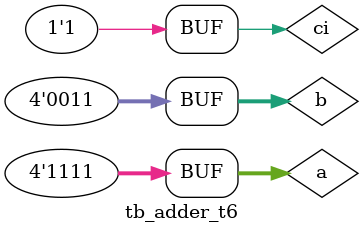
<source format=sv>
module tb_adder_t6;
  logic[3:0] sum, a, b;
  logic ci,co;
  
  
  adder_t6 U1(co, sum, a, b, ci);
  
  initial begin
   a=0;
   b=0;
    ci=0;
    #15 a=4'hA;
    #2 b=3;
    #2 a=2;
    #2 a=15;
    #3 ci=1;
    
  end

endmodule

</source>
